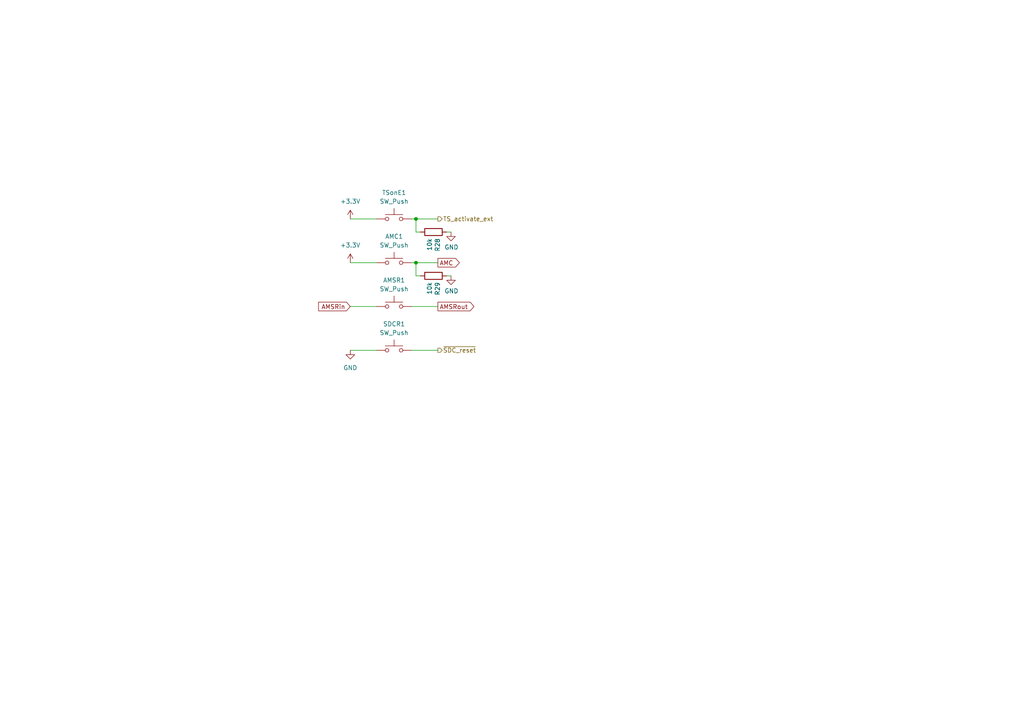
<source format=kicad_sch>
(kicad_sch (version 20211123) (generator eeschema)
  (paper "A4")
  (lib_symbols
    (symbol "Device:R" (pin_numbers hide) (pin_names (offset 0))
      (property "Reference" "R" (at 2.032 0 90))
      (property "Value" "R" (at 0 0 90))
      (symbol "R_0_1"
        (rectangle (start -1.016 -2.54) (end 1.016 2.54) (stroke (width 0.254)))
      )
      (symbol "R_1_1"
        (pin passive line (at 0 3.81 270) (length 1.27) (name "~") (number "1"))
        (pin passive line (at 0 -3.81 90) (length 1.27) (name "~") (number "2"))
      )
    )
    (symbol "Switch:SW_Push" (pin_numbers hide) (pin_names (offset 1.016) hide)
      (property "Reference" "SW" (at 1.27 2.54 0))
      (property "Value" "SW_Push" (at 0 -1.524 0))
      (symbol "SW_Push_0_1"
        (circle (center -2.032 0) (radius 0.508))
        (polyline (pts (xy 0 1.27) (xy 0 3.048)))
        (polyline (pts (xy 2.54 1.27) (xy -2.54 1.27)))
        (circle (center 2.032 0) (radius 0.508))
        (pin passive line (at -5.08 0 0) (length 2.54) (name "1") (number "1"))
        (pin passive line (at 5.08 0 180) (length 2.54) (name "2") (number "2"))
      )
    )
    (symbol "power:+3.3V" (power) (pin_names (offset 0))
      (property "Value" "+3.3V" (at 0 3.556 0))
      (symbol "+3.3V_0_1"
        (polyline (pts (xy -0.762 1.27) (xy 0 2.54)))
        (polyline (pts (xy 0 0) (xy 0 2.54)))
        (polyline (pts (xy 0 2.54) (xy 0.762 1.27)))
      )
      (symbol "+3.3V_1_1"
        (pin power_in line (at 0 0 90) (length 0) hide (name "+3.3V") (number "1"))
      )
    )
    (symbol "power:GND" (power) (pin_names (offset 0))
      (property "Value" "GND" (at 0 -3.81 0))
      (symbol "GND_0_1"
        (polyline (pts (xy 0 0) (xy 0 -1.27) (xy 1.27 -1.27) (xy 0 -2.54) (xy -1.27 -1.27) (xy 0 -1.27)))
      )
      (symbol "GND_1_1"
        (pin power_in line (at 0 0 270) (length 0) hide (name "GND") (number "1"))
      )
    )
  )
  (junction (at 120.65 76.2))
  (junction (at 120.65 63.5))
  (wire (pts (xy 109.22 63.5) (xy 101.6 63.5)))
  (wire (pts (xy 130.81 80.01) (xy 129.54 80.01)))
  (wire (pts (xy 120.65 63.5) (xy 120.65 67.31)))
  (wire (pts (xy 119.38 76.2) (xy 120.65 76.2)))
  (wire (pts (xy 120.65 76.2) (xy 127 76.2)))
  (wire (pts (xy 119.38 88.9) (xy 127 88.9)))
  (wire (pts (xy 130.81 67.31) (xy 129.54 67.31)))
  (wire (pts (xy 120.65 76.2) (xy 120.65 80.01)))
  (wire (pts (xy 127 101.6) (xy 119.38 101.6)))
  (wire (pts (xy 109.22 101.6) (xy 101.6 101.6)))
  (wire (pts (xy 120.65 63.5) (xy 119.38 63.5)))
  (wire (pts (xy 101.6 88.9) (xy 109.22 88.9)))
  (wire (pts (xy 127 63.5) (xy 120.65 63.5)))
  (wire (pts (xy 120.65 67.31) (xy 121.92 67.31)))
  (wire (pts (xy 101.6 76.2) (xy 109.22 76.2)))
  (wire (pts (xy 120.65 80.01) (xy 121.92 80.01)))
  (global_label "AMSRin" (shape input) (at 101.6 88.9 180) (property "Intersheet References" "${INTERSHEET_REFS}" (effects hide)))
  (global_label "AMSRout" (shape output) (at 127 88.9 0) (property "Intersheet References" "${INTERSHEET_REFS}" (effects hide)))
  (global_label "AMC" (shape output) (at 127 76.2 0) (property "Intersheet References" "${INTERSHEET_REFS}" (effects hide)))
  (hierarchical_label "TS_activate_ext" (shape output) (at 127 63.5 0))
  (hierarchical_label "~{SDC_reset}" (shape output) (at 127 101.6 0))
  (symbol (lib_id "Switch:SW_Push") (at 114.3 88.9 0) (mirror y) (unit 1)
    (property "Reference" "AMSR1" (at 114.3 81.28 0))
    (property "Value" "SW_Push" (at 114.3 83.82 0))
    (property "Footprint" "Custom:APEM-ISx3SAD" (effects hide))
  )
  (symbol (lib_id "Switch:SW_Push") (at 114.3 76.2 0) (mirror y) (unit 1)
    (property "Reference" "AMC1" (at 114.3 68.58 0))
    (property "Value" "SW_Push" (at 114.3 71.12 0))
    (property "Footprint" "Custom:APEM-ISx3SAD" (effects hide))
  )
  (symbol (lib_id "Device:R") (at 125.73 67.31 270) (unit 1)
    (property "Reference" "R28" (at 126.8984 69.088 0) (effects (justify left)))
    (property "Value" "10k" (at 124.587 69.088 0) (effects (justify left)))
    (property "Footprint" "Resistor_SMD:R_0603_1608Metric_Pad0.98x0.95mm_HandSolder" (effects hide))
  )
  (symbol (lib_id "Switch:SW_Push") (at 114.3 101.6 0) (mirror y) (unit 1)
    (property "Reference" "SDCR1" (at 114.3 93.98 0))
    (property "Value" "SW_Push" (at 114.3 96.52 0))
    (property "Footprint" "Custom:APEM-ISx3SAD" (effects hide))
  )
  (symbol (lib_id "power:GND") (at 130.81 80.01 0) (unit 1)
    (property "Reference" "#PWR017" (effects hide))
    (property "Value" "GND" (at 130.937 84.4042 0))
  )
  (symbol (lib_id "Switch:SW_Push") (at 114.3 63.5 0) (mirror y) (unit 1)
    (property "Reference" "TSonE1" (at 114.3 55.88 0))
    (property "Value" "SW_Push" (at 114.3 58.42 0))
    (property "Footprint" "Custom:APEM-ISx3SAD" (effects hide))
  )
  (symbol (lib_id "power:+3.3V") (at 101.6 76.2 0) (unit 1)
    (property "Reference" "#PWR0108" (effects hide))
    (property "Value" "+3.3V" (at 101.6 71.12 0))
  )
  (symbol (lib_id "power:+3.3V") (at 101.6 63.5 0) (unit 1)
    (property "Reference" "#PWR0109" (effects hide))
    (property "Value" "+3.3V" (at 101.6 58.42 0))
  )
  (symbol (lib_id "power:GND") (at 130.81 67.31 0) (unit 1)
    (property "Reference" "#PWR016" (effects hide))
    (property "Value" "GND" (at 130.937 71.7042 0))
  )
  (symbol (lib_id "Device:R") (at 125.73 80.01 270) (unit 1)
    (property "Reference" "R29" (at 126.8984 81.788 0) (effects (justify left)))
    (property "Value" "10k" (at 124.587 81.788 0) (effects (justify left)))
    (property "Footprint" "Resistor_SMD:R_0603_1608Metric_Pad0.98x0.95mm_HandSolder" (effects hide))
  )
  (symbol (lib_id "power:GND") (at 101.6 101.6 0) (mirror y) (unit 1)
    (property "Reference" "#PWR015" (effects hide))
    (property "Value" "GND" (at 101.6 106.68 0))
  )
)
</source>
